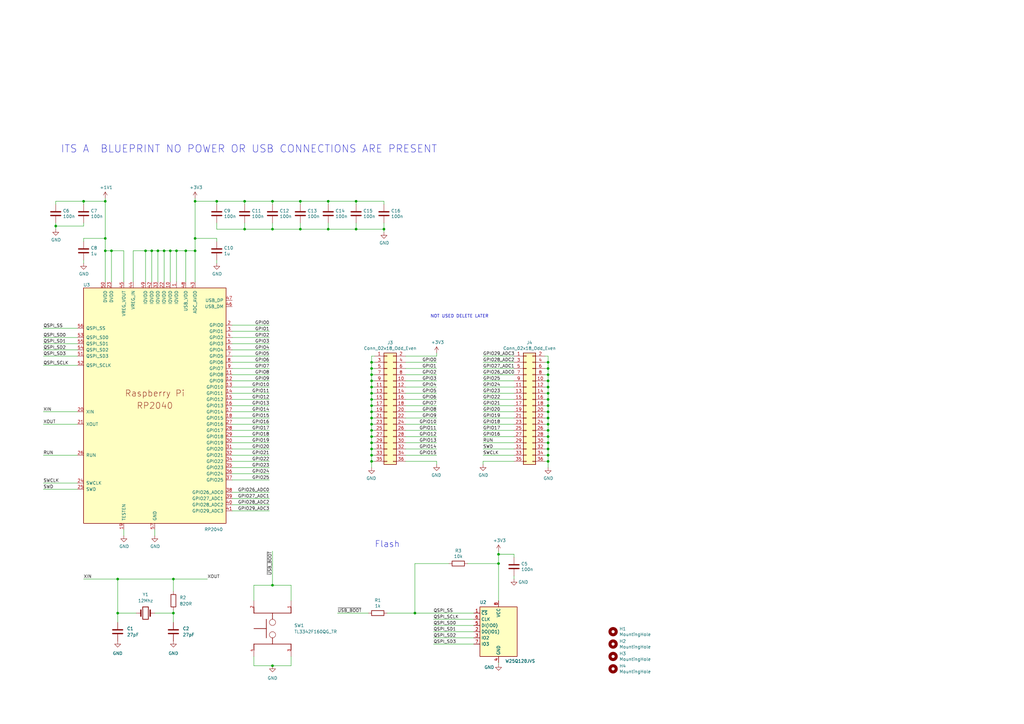
<source format=kicad_sch>
(kicad_sch (version 20250114) (generator "eeschema") (generator_version "9.0")
  (paper "A3")
  (title_block (title "RP2040 Minimal Design Example") (date "2024-01-16") (rev "REV2") (company "Raspberry Pi Ltd"))
  (lib_symbols
    (symbol "Connector_Generic:Conn_02x18_Odd_Even" (pin_names (offset 1.016) (hide yes))
      (property "Reference" "J" (at 1.27 22.86 0))
      (property "Value" "Conn_02x18_Odd_Even" (at 1.27 -25.4 0))
      (symbol "Conn_02x18_Odd_Even_1_1"
        (rectangle (start -1.27 21.59) (end 3.81 -24.13) (stroke (width 0.254)) (fill (type background)))
        (rectangle (start -1.27 20.447) (end 0 20.193) (stroke (width 0.1524)))
        (rectangle (start -1.27 17.907) (end 0 17.653) (stroke (width 0.1524)))
        (rectangle (start -1.27 15.367) (end 0 15.113) (stroke (width 0.1524)))
        (rectangle (start -1.27 12.827) (end 0 12.573) (stroke (width 0.1524)))
        (rectangle (start -1.27 10.287) (end 0 10.033) (stroke (width 0.1524)))
        (rectangle (start -1.27 7.747) (end 0 7.493) (stroke (width 0.1524)))
        (rectangle (start -1.27 5.207) (end 0 4.953) (stroke (width 0.1524)))
        (rectangle (start -1.27 2.667) (end 0 2.413) (stroke (width 0.1524)))
        (rectangle (start -1.27 0.127) (end 0 -0.127) (stroke (width 0.1524)))
        (rectangle (start -1.27 -2.413) (end 0 -2.667) (stroke (width 0.1524)))
        (rectangle (start -1.27 -4.953) (end 0 -5.207) (stroke (width 0.1524)))
        (rectangle (start -1.27 -7.493) (end 0 -7.747) (stroke (width 0.1524)))
        (rectangle (start -1.27 -10.033) (end 0 -10.287) (stroke (width 0.1524)))
        (rectangle (start -1.27 -12.573) (end 0 -12.827) (stroke (width 0.1524)))
        (rectangle (start -1.27 -15.113) (end 0 -15.367) (stroke (width 0.1524)))
        (rectangle (start -1.27 -17.653) (end 0 -17.907) (stroke (width 0.1524)))
        (rectangle (start -1.27 -20.193) (end 0 -20.447) (stroke (width 0.1524)))
        (rectangle (start -1.27 -22.733) (end 0 -22.987) (stroke (width 0.1524)))
        (rectangle (start 3.81 20.447) (end 2.54 20.193) (stroke (width 0.1524)))
        (rectangle (start 3.81 17.907) (end 2.54 17.653) (stroke (width 0.1524)))
        (rectangle (start 3.81 15.367) (end 2.54 15.113) (stroke (width 0.1524)))
        (rectangle (start 3.81 12.827) (end 2.54 12.573) (stroke (width 0.1524)))
        (rectangle (start 3.81 10.287) (end 2.54 10.033) (stroke (width 0.1524)))
        (rectangle (start 3.81 7.747) (end 2.54 7.493) (stroke (width 0.1524)))
        (rectangle (start 3.81 5.207) (end 2.54 4.953) (stroke (width 0.1524)))
        (rectangle (start 3.81 2.667) (end 2.54 2.413) (stroke (width 0.1524)))
        (rectangle (start 3.81 0.127) (end 2.54 -0.127) (stroke (width 0.1524)))
        (rectangle (start 3.81 -2.413) (end 2.54 -2.667) (stroke (width 0.1524)))
        (rectangle (start 3.81 -4.953) (end 2.54 -5.207) (stroke (width 0.1524)))
        (rectangle (start 3.81 -7.493) (end 2.54 -7.747) (stroke (width 0.1524)))
        (rectangle (start 3.81 -10.033) (end 2.54 -10.287) (stroke (width 0.1524)))
        (rectangle (start 3.81 -12.573) (end 2.54 -12.827) (stroke (width 0.1524)))
        (rectangle (start 3.81 -15.113) (end 2.54 -15.367) (stroke (width 0.1524)))
        (rectangle (start 3.81 -17.653) (end 2.54 -17.907) (stroke (width 0.1524)))
        (rectangle (start 3.81 -20.193) (end 2.54 -20.447) (stroke (width 0.1524)))
        (rectangle (start 3.81 -22.733) (end 2.54 -22.987) (stroke (width 0.1524)))
        (pin passive line (at -5.08 20.32 0) (length 3.81) (name "Pin_1") (number "1"))
        (pin passive line (at -5.08 17.78 0) (length 3.81) (name "Pin_3") (number "3"))
        (pin passive line (at -5.08 15.24 0) (length 3.81) (name "Pin_5") (number "5"))
        (pin passive line (at -5.08 12.7 0) (length 3.81) (name "Pin_7") (number "7"))
        (pin passive line (at -5.08 10.16 0) (length 3.81) (name "Pin_9") (number "9"))
        (pin passive line (at -5.08 7.62 0) (length 3.81) (name "Pin_11") (number "11"))
        (pin passive line (at -5.08 5.08 0) (length 3.81) (name "Pin_13") (number "13"))
        (pin passive line (at -5.08 2.54 0) (length 3.81) (name "Pin_15") (number "15"))
        (pin passive line (at -5.08 0 0) (length 3.81) (name "Pin_17") (number "17"))
        (pin passive line (at -5.08 -2.54 0) (length 3.81) (name "Pin_19") (number "19"))
        (pin passive line (at -5.08 -5.08 0) (length 3.81) (name "Pin_21") (number "21"))
        (pin passive line (at -5.08 -7.62 0) (length 3.81) (name "Pin_23") (number "23"))
        (pin passive line (at -5.08 -10.16 0) (length 3.81) (name "Pin_25") (number "25"))
        (pin passive line (at -5.08 -12.7 0) (length 3.81) (name "Pin_27") (number "27"))
        (pin passive line (at -5.08 -15.24 0) (length 3.81) (name "Pin_29") (number "29"))
        (pin passive line (at -5.08 -17.78 0) (length 3.81) (name "Pin_31") (number "31"))
        (pin passive line (at -5.08 -20.32 0) (length 3.81) (name "Pin_33") (number "33"))
        (pin passive line (at -5.08 -22.86 0) (length 3.81) (name "Pin_35") (number "35"))
        (pin passive line (at 7.62 20.32 180) (length 3.81) (name "Pin_2") (number "2"))
        (pin passive line (at 7.62 17.78 180) (length 3.81) (name "Pin_4") (number "4"))
        (pin passive line (at 7.62 15.24 180) (length 3.81) (name "Pin_6") (number "6"))
        (pin passive line (at 7.62 12.7 180) (length 3.81) (name "Pin_8") (number "8"))
        (pin passive line (at 7.62 10.16 180) (length 3.81) (name "Pin_10") (number "10"))
        (pin passive line (at 7.62 7.62 180) (length 3.81) (name "Pin_12") (number "12"))
        (pin passive line (at 7.62 5.08 180) (length 3.81) (name "Pin_14") (number "14"))
        (pin passive line (at 7.62 2.54 180) (length 3.81) (name "Pin_16") (number "16"))
        (pin passive line (at 7.62 0 180) (length 3.81) (name "Pin_18") (number "18"))
        (pin passive line (at 7.62 -2.54 180) (length 3.81) (name "Pin_20") (number "20"))
        (pin passive line (at 7.62 -5.08 180) (length 3.81) (name "Pin_22") (number "22"))
        (pin passive line (at 7.62 -7.62 180) (length 3.81) (name "Pin_24") (number "24"))
        (pin passive line (at 7.62 -10.16 180) (length 3.81) (name "Pin_26") (number "26"))
        (pin passive line (at 7.62 -12.7 180) (length 3.81) (name "Pin_28") (number "28"))
        (pin passive line (at 7.62 -15.24 180) (length 3.81) (name "Pin_30") (number "30"))
        (pin passive line (at 7.62 -17.78 180) (length 3.81) (name "Pin_32") (number "32"))
        (pin passive line (at 7.62 -20.32 180) (length 3.81) (name "Pin_34") (number "34"))
        (pin passive line (at 7.62 -22.86 180) (length 3.81) (name "Pin_36") (number "36"))
      )
    )
    (symbol "Device:C" (pin_numbers (hide yes)) (pin_names (offset 0.254))
      (property "Reference" "C" (at 0.635 2.54 0))
      (property "Value" "C" (at 0.635 -2.54 0))
      (symbol "C_0_1"
        (polyline (pts (xy -2.032 0.762) (xy 2.032 0.762)) (stroke (width 0.508)))
        (polyline (pts (xy -2.032 -0.762) (xy 2.032 -0.762)) (stroke (width 0.508)))
      )
      (symbol "C_1_1"
        (pin passive line (at 0 3.81 270) (length 2.794) (name "~") (number "1"))
        (pin passive line (at 0 -3.81 90) (length 2.794) (name "~") (number "2"))
      )
    )
    (symbol "Device:Crystal" (pin_numbers (hide yes)) (pin_names (offset 1.016) (hide yes))
      (property "Reference" "Y" (at 0 3.81 0))
      (property "Value" "Crystal" (at 0 -3.81 0))
      (symbol "Crystal_0_1"
        (polyline (pts (xy -2.54 0) (xy -1.905 0)))
        (polyline (pts (xy -1.905 -1.27) (xy -1.905 1.27)) (stroke (width 0.508)))
        (rectangle (start -1.143 2.54) (end 1.143 -2.54) (stroke (width 0.3048)))
        (polyline (pts (xy 1.905 -1.27) (xy 1.905 1.27)) (stroke (width 0.508)))
        (polyline (pts (xy 2.54 0) (xy 1.905 0)))
      )
      (symbol "Crystal_1_1"
        (pin passive line (at -3.81 0 0) (length 1.27) (name "1") (number "1"))
        (pin passive line (at 3.81 0 180) (length 1.27) (name "2") (number "2"))
      )
    )
    (symbol "Device:R" (pin_numbers (hide yes)) (pin_names (offset 0))
      (property "Reference" "R" (at 2.032 0 90))
      (property "Value" "R" (at 0 0 90))
      (symbol "R_0_1"
        (rectangle (start -1.016 -2.54) (end 1.016 2.54) (stroke (width 0.254)))
      )
      (symbol "R_1_1"
        (pin passive line (at 0 3.81 270) (length 1.27) (name "~") (number "1"))
        (pin passive line (at 0 -3.81 90) (length 1.27) (name "~") (number "2"))
      )
    )
    (symbol "GND_1" (power) (pin_numbers (hide yes)) (pin_names (offset 0) (hide yes))
      (property "Value" "GND" (at 0 -3.81 0))
      (symbol "GND_1_0_1"
        (polyline (pts (xy 0 0) (xy 0 -1.27) (xy 1.27 -1.27) (xy 0 -2.54) (xy -1.27 -1.27) (xy 0 -1.27)))
      )
      (symbol "GND_1_1_1"
        (pin power_in line (at 0 0 270) (length 0) (name "~") (number "1"))
      )
    )
    (symbol "GND_2" (power) (pin_numbers (hide yes)) (pin_names (offset 0) (hide yes))
      (property "Value" "GND" (at 0 -3.81 0))
      (symbol "GND_2_0_1"
        (polyline (pts (xy 0 0) (xy 0 -1.27) (xy 1.27 -1.27) (xy 0 -2.54) (xy -1.27 -1.27) (xy 0 -1.27)))
      )
      (symbol "GND_2_1_1"
        (pin power_in line (at 0 0 270) (length 0) (name "~") (number "1"))
      )
    )
    (symbol "MCU_RaspberryPi_RP2040:RP2040" (pin_names (offset 1.016))
      (property "Reference" "U" (at -29.21 49.53 0))
      (property "Value" "RP2040" (at 24.13 -49.53 0))
      (symbol "RP2040_0_0"
        (text "Raspberry Pi" (at 0 5.08 0) (effects (font (size 2.54 2.54))))
        (text "RP2040" (at 0 0 0) (effects (font (size 2.54 2.54))))
      )
      (symbol "RP2040_0_1"
        (rectangle (start 29.21 48.26) (end -29.21 -48.26) (stroke (width 0.254)) (fill (type background)))
      )
      (symbol "RP2040_1_1"
        (pin bidirectional line (at -31.75 31.75 0) (length 2.54) (name "QSPI_SS") (number "56"))
        (pin bidirectional line (at -31.75 27.94 0) (length 2.54) (name "QSPI_SD0") (number "53"))
        (pin bidirectional line (at -31.75 25.4 0) (length 2.54) (name "QSPI_SD1") (number "55"))
        (pin bidirectional line (at -31.75 22.86 0) (length 2.54) (name "QSPI_SD2") (number "54"))
        (pin bidirectional line (at -31.75 20.32 0) (length 2.54) (name "QSPI_SD3") (number "51"))
        (pin output line (at -31.75 16.51 0) (length 2.54) (name "QSPI_SCLK") (number "52"))
        (pin input line (at -31.75 -2.54 0) (length 2.54) (name "XIN") (number "20"))
        (pin passive line (at -31.75 -7.62 0) (length 2.54) (name "XOUT") (number "21"))
        (pin input line (at -31.75 -20.32 0) (length 2.54) (name "RUN") (number "26"))
        (pin output line (at -31.75 -31.75 0) (length 2.54) (name "SWCLK") (number "24"))
        (pin bidirectional line (at -31.75 -34.29 0) (length 2.54) (name "SWD") (number "25"))
        (pin power_in line (at -20.32 50.8 270) (length 2.54) (name "DVDD") (number "50"))
        (pin power_in line (at -17.78 50.8 270) (length 2.54) (name "DVDD") (number "23"))
        (pin power_out line (at -12.7 50.8 270) (length 2.54) (name "VREG_VOUT") (number "45"))
        (pin passive line (at -12.7 -50.8 90) (length 2.54) (name "TESTEN") (number "19"))
        (pin power_in line (at -8.89 50.8 270) (length 2.54) (name "VREG_IN") (number "44"))
        (pin power_in line (at -3.81 50.8 270) (length 2.54) (name "IOVDD") (number "49"))
        (pin power_in line (at -1.27 50.8 270) (length 2.54) (name "IOVDD") (number "42"))
        (pin power_in line (at 0 -50.8 90) (length 2.54) (name "GND") (number "57"))
        (pin power_in line (at 1.27 50.8 270) (length 2.54) (name "IOVDD") (number "33"))
        (pin power_in line (at 3.81 50.8 270) (length 2.54) (name "IOVDD") (number "22"))
        (pin power_in line (at 6.35 50.8 270) (length 2.54) (name "IOVDD") (number "10"))
        (pin power_in line (at 8.89 50.8 270) (length 2.54) (name "IOVDD") (number "1"))
        (pin power_in line (at 12.7 50.8 270) (length 2.54) (name "USB_VDD") (number "48"))
        (pin power_in line (at 16.51 50.8 270) (length 2.54) (name "ADC_AVDD") (number "43"))
        (pin bidirectional line (at 31.75 43.18 180) (length 2.54) (name "USB_DP") (number "47"))
        (pin bidirectional line (at 31.75 40.64 180) (length 2.54) (name "USB_DM") (number "46"))
        (pin bidirectional line (at 31.75 33.02 180) (length 2.54) (name "GPIO0") (number "2"))
        (pin bidirectional line (at 31.75 30.48 180) (length 2.54) (name "GPIO1") (number "3"))
        (pin bidirectional line (at 31.75 27.94 180) (length 2.54) (name "GPIO2") (number "4"))
        (pin bidirectional line (at 31.75 25.4 180) (length 2.54) (name "GPIO3") (number "5"))
        (pin bidirectional line (at 31.75 22.86 180) (length 2.54) (name "GPIO4") (number "6"))
        (pin bidirectional line (at 31.75 20.32 180) (length 2.54) (name "GPIO5") (number "7"))
        (pin bidirectional line (at 31.75 17.78 180) (length 2.54) (name "GPIO6") (number "8"))
        (pin bidirectional line (at 31.75 15.24 180) (length 2.54) (name "GPIO7") (number "9"))
        (pin bidirectional line (at 31.75 12.7 180) (length 2.54) (name "GPIO8") (number "11"))
        (pin bidirectional line (at 31.75 10.16 180) (length 2.54) (name "GPIO9") (number "12"))
        (pin bidirectional line (at 31.75 7.62 180) (length 2.54) (name "GPIO10") (number "13"))
        (pin bidirectional line (at 31.75 5.08 180) (length 2.54) (name "GPIO11") (number "14"))
        (pin bidirectional line (at 31.75 2.54 180) (length 2.54) (name "GPIO12") (number "15"))
        (pin bidirectional line (at 31.75 0 180) (length 2.54) (name "GPIO13") (number "16"))
        (pin bidirectional line (at 31.75 -2.54 180) (length 2.54) (name "GPIO14") (number "17"))
        (pin bidirectional line (at 31.75 -5.08 180) (length 2.54) (name "GPIO15") (number "18"))
        (pin bidirectional line (at 31.75 -7.62 180) (length 2.54) (name "GPIO16") (number "27"))
        (pin bidirectional line (at 31.75 -10.16 180) (length 2.54) (name "GPIO17") (number "28"))
        (pin bidirectional line (at 31.75 -12.7 180) (length 2.54) (name "GPIO18") (number "29"))
        (pin bidirectional line (at 31.75 -15.24 180) (length 2.54) (name "GPIO19") (number "30"))
        (pin bidirectional line (at 31.75 -17.78 180) (length 2.54) (name "GPIO20") (number "31"))
        (pin bidirectional line (at 31.75 -20.32 180) (length 2.54) (name "GPIO21") (number "32"))
        (pin bidirectional line (at 31.75 -22.86 180) (length 2.54) (name "GPIO22") (number "34"))
        (pin bidirectional line (at 31.75 -25.4 180) (length 2.54) (name "GPIO23") (number "35"))
        (pin bidirectional line (at 31.75 -27.94 180) (length 2.54) (name "GPIO24") (number "36"))
        (pin bidirectional line (at 31.75 -30.48 180) (length 2.54) (name "GPIO25") (number "37"))
        (pin bidirectional line (at 31.75 -35.56 180) (length 2.54) (name "GPIO26_ADC0") (number "38"))
        (pin bidirectional line (at 31.75 -38.1 180) (length 2.54) (name "GPIO27_ADC1") (number "39"))
        (pin bidirectional line (at 31.75 -40.64 180) (length 2.54) (name "GPIO28_ADC2") (number "40"))
        (pin bidirectional line (at 31.75 -43.18 180) (length 2.54) (name "GPIO29_ADC3") (number "41"))
      )
    )
    (symbol "Mechanical:MountingHole" (pin_names (offset 1.016))
      (property "Reference" "H" (at 0 5.08 0))
      (property "Value" "MountingHole" (at 0 3.175 0))
      (symbol "MountingHole_0_1"
        (circle (center 0 0) (radius 1.27) (stroke (width 1.27)))
      )
    )
    (symbol "Memory_Flash:W25Q128JVS"
      (property "Reference" "U" (at -8.89 8.89 0))
      (property "Value" "W25Q128JVS" (at 7.62 8.89 0))
      (symbol "W25Q128JVS_0_1"
        (rectangle (start -7.62 10.16) (end 7.62 -10.16) (stroke (width 0.254)) (fill (type background)))
      )
      (symbol "W25Q128JVS_1_1"
        (pin input line (at -10.16 7.62 0) (length 2.54) (name "~{CS}") (number "1"))
        (pin input line (at -10.16 5.08 0) (length 2.54) (name "CLK") (number "6"))
        (pin bidirectional line (at -10.16 2.54 0) (length 2.54) (name "DI(IO0)") (number "5"))
        (pin bidirectional line (at -10.16 0 0) (length 2.54) (name "DO(IO1)") (number "2"))
        (pin bidirectional line (at -10.16 -2.54 0) (length 2.54) (name "IO2") (number "3"))
        (pin bidirectional line (at -10.16 -5.08 0) (length 2.54) (name "IO3") (number "7"))
        (pin power_in line (at 0 12.7 270) (length 2.54) (name "VCC") (number "8"))
        (pin power_in line (at 0 -12.7 90) (length 2.54) (name "GND") (number "4"))
      )
    )
    (symbol "TL3342F160QG_TR:TL3342F160QG_TR" (pin_names (offset 1.016))
      (property "Reference" "SW" (at -12.7292 16.5481 0))
      (property "Value" "TL3342F160QG_TR" (at -12.7326 -17.8256 0))
      (symbol "TL3342F160QG_TR_0_0"
        (polyline (pts (xy -7.62 6.35) (xy -7.62 8.89)) (stroke (width 0.254)))
        (polyline (pts (xy -7.62 6.35) (xy 7.62 6.35)) (stroke (width 0.254)))
        (polyline (pts (xy -7.62 -6.35) (xy -7.62 -8.89)) (stroke (width 0.254)))
        (polyline (pts (xy -7.62 -6.35) (xy 7.62 -6.35)) (stroke (width 0.254)))
        (polyline (pts (xy 0 6.35) (xy 0 3.81)) (stroke (width 0.254)))
        (circle (center 0 2.54) (radius 1.27))
        (circle (center 0 -2.54) (radius 1.27))
        (polyline (pts (xy 0 -3.81) (xy 0 -6.35)) (stroke (width 0.254)))
        (polyline (pts (xy 2.54 3.81) (xy 2.54 0)) (stroke (width 0.254)))
        (polyline (pts (xy 2.54 0) (xy 2.54 -3.81)) (stroke (width 0.254)))
        (polyline (pts (xy 2.54 0) (xy 7.62 0)) (stroke (width 0.254)))
        (polyline (pts (xy 7.62 6.35) (xy 7.62 8.89)) (stroke (width 0.254)))
        (polyline (pts (xy 7.62 -6.35) (xy 7.62 -8.89)) (stroke (width 0.254)))
        (pin passive line (at -7.62 11.43 270) (length 5.08) (name "~") (number "3"))
        (pin passive line (at -7.62 -11.43 90) (length 5.08) (name "~") (number "1"))
        (pin passive line (at 7.62 11.43 270) (length 5.08) (name "~") (number "4"))
        (pin passive line (at 7.62 -11.43 90) (length 5.08) (name "~") (number "2"))
      )
    )
    (symbol "power:+1V1" (power) (pin_names (offset 0))
      (property "Value" "+1V1" (at 0 3.556 0))
      (symbol "+1V1_0_1"
        (polyline (pts (xy -0.762 1.27) (xy 0 2.54)))
        (polyline (pts (xy 0 2.54) (xy 0.762 1.27)))
        (polyline (pts (xy 0 0) (xy 0 2.54)))
      )
      (symbol "+1V1_1_1"
        (pin power_in line (at 0 0 90) (length 0) (hide yes) (name "+1V1") (number "1"))
      )
    )
    (symbol "power:+3V3" (power) (pin_names (offset 0))
      (property "Value" "+3V3" (at 0 3.556 0))
      (symbol "+3V3_0_1"
        (polyline (pts (xy -0.762 1.27) (xy 0 2.54)))
        (polyline (pts (xy 0 2.54) (xy 0.762 1.27)))
        (polyline (pts (xy 0 0) (xy 0 2.54)))
      )
      (symbol "+3V3_1_1"
        (pin power_in line (at 0 0 90) (length 0) (hide yes) (name "+3V3") (number "1"))
      )
    )
    (symbol "power:GND" (power) (pin_names (offset 0))
      (property "Value" "GND" (at 0 -3.81 0))
      (symbol "GND_0_1"
        (polyline (pts (xy 0 0) (xy 0 -1.27) (xy 1.27 -1.27) (xy 0 -2.54) (xy -1.27 -1.27) (xy 0 -1.27)))
      )
      (symbol "GND_1_1"
        (pin power_in line (at 0 0 270) (length 0) (hide yes) (name "GND") (number "1"))
      )
    )
  )
  (text "NOT USED DELETE LATER" (at 188.468 129.794 0) (effects (font (size 1.27 1.27))))
  (text "ITS A  BLUEPRINT NO POWER OR USB CONNECTIONS ARE PRESENT" (at 102.108 61.214 0) (effects (font (size 3.048 3.048))))
  (text "Flash" (at 153.67 224.79 0) (effects (font (size 2.54 2.54)) (justify left bottom)))
  (junction (at 152.4 189.23))
  (junction (at 67.31 102.87))
  (junction (at 64.77 102.87))
  (junction (at 152.4 153.67))
  (junction (at 204.47 231.14))
  (junction (at 224.79 168.91))
  (junction (at 43.18 97.79))
  (junction (at 80.01 97.79))
  (junction (at 34.29 82.55))
  (junction (at 224.79 153.67))
  (junction (at 224.79 176.53))
  (junction (at 88.9 82.55))
  (junction (at 111.76 93.98))
  (junction (at 123.19 82.55))
  (junction (at 152.4 168.91))
  (junction (at 224.79 163.83))
  (junction (at 152.4 173.99))
  (junction (at 111.76 82.55))
  (junction (at 43.18 102.87))
  (junction (at 45.72 102.87))
  (junction (at 69.85 102.87))
  (junction (at 22.86 92.71))
  (junction (at 152.4 161.29))
  (junction (at 48.26 251.46))
  (junction (at 152.4 179.07))
  (junction (at 152.4 186.69))
  (junction (at 146.05 82.55))
  (junction (at 224.79 181.61))
  (junction (at 157.48 93.98))
  (junction (at 224.79 156.21))
  (junction (at 123.19 93.98))
  (junction (at 204.47 227.33))
  (junction (at 48.26 237.49))
  (junction (at 224.79 189.23))
  (junction (at 152.4 181.61))
  (junction (at 224.79 166.37))
  (junction (at 152.4 156.21))
  (junction (at 224.79 179.07))
  (junction (at 43.18 82.55))
  (junction (at 152.4 166.37))
  (junction (at 224.79 186.69))
  (junction (at 100.33 93.98))
  (junction (at 134.62 93.98))
  (junction (at 224.79 171.45))
  (junction (at 152.4 158.75))
  (junction (at 152.4 176.53))
  (junction (at 152.4 163.83))
  (junction (at 152.4 184.15))
  (junction (at 224.79 158.75))
  (junction (at 152.4 171.45))
  (junction (at 72.39 102.87))
  (junction (at 80.01 102.87))
  (junction (at 170.18 251.46))
  (junction (at 71.12 251.46))
  (junction (at 224.79 151.13))
  (junction (at 152.4 148.59))
  (junction (at 111.76 240.03))
  (junction (at 71.12 237.49))
  (junction (at 62.23 102.87))
  (junction (at 80.01 82.55))
  (junction (at 111.76 273.05))
  (junction (at 59.69 102.87))
  (junction (at 134.62 82.55))
  (junction (at 224.79 173.99))
  (junction (at 146.05 93.98))
  (junction (at 224.79 148.59))
  (junction (at 152.4 151.13))
  (junction (at 224.79 161.29))
  (junction (at 76.2 102.87))
  (junction (at 224.79 184.15))
  (junction (at 100.33 82.55))
  (wire (pts (xy 43.18 102.87) (xy 43.18 115.57)))
  (wire (pts (xy 210.82 146.05) (xy 198.12 146.05)))
  (wire (pts (xy 179.07 179.07) (xy 166.37 179.07)))
  (wire (pts (xy 22.86 92.71) (xy 34.29 92.71)))
  (wire (pts (xy 224.79 163.83) (xy 224.79 166.37)))
  (wire (pts (xy 179.07 151.13) (xy 166.37 151.13)))
  (wire (pts (xy 224.79 189.23) (xy 224.79 191.77)))
  (wire (pts (xy 48.26 237.49) (xy 48.26 251.46)))
  (wire (pts (xy 179.07 156.21) (xy 166.37 156.21)))
  (wire (pts (xy 95.25 204.47) (xy 110.49 204.47)))
  (wire (pts (xy 111.76 82.55) (xy 123.19 82.55)))
  (wire (pts (xy 95.25 163.83) (xy 110.49 163.83)))
  (wire (pts (xy 72.39 102.87) (xy 76.2 102.87)))
  (wire (pts (xy 152.4 151.13) (xy 152.4 153.67)))
  (wire (pts (xy 153.67 184.15) (xy 152.4 184.15)))
  (wire (pts (xy 194.31 264.16) (xy 177.8 264.16)))
  (wire (pts (xy 111.76 83.82) (xy 111.76 82.55)))
  (wire (pts (xy 48.26 251.46) (xy 48.26 255.27)))
  (wire (pts (xy 95.25 179.07) (xy 110.49 179.07)))
  (wire (pts (xy 43.18 81.28) (xy 43.18 82.55)))
  (wire (pts (xy 224.79 151.13) (xy 224.79 153.67)))
  (wire (pts (xy 153.67 186.69) (xy 152.4 186.69)))
  (wire (pts (xy 153.67 153.67) (xy 152.4 153.67)))
  (wire (pts (xy 210.82 184.15) (xy 198.12 184.15)))
  (wire (pts (xy 198.12 189.23) (xy 210.82 189.23)))
  (wire (pts (xy 179.07 176.53) (xy 166.37 176.53)))
  (wire (pts (xy 104.14 273.05) (xy 111.76 273.05)))
  (wire (pts (xy 210.82 151.13) (xy 198.12 151.13)))
  (wire (pts (xy 191.77 231.14) (xy 204.47 231.14)))
  (wire (pts (xy 153.67 156.21) (xy 152.4 156.21)))
  (wire (pts (xy 204.47 227.33) (xy 204.47 231.14)))
  (wire (pts (xy 59.69 102.87) (xy 62.23 102.87)))
  (wire (pts (xy 71.12 237.49) (xy 85.09 237.49)))
  (wire (pts (xy 95.25 186.69) (xy 110.49 186.69)))
  (wire (pts (xy 95.25 201.93) (xy 110.49 201.93)))
  (wire (pts (xy 223.52 176.53) (xy 224.79 176.53)))
  (wire (pts (xy 177.8 254) (xy 194.31 254)))
  (wire (pts (xy 210.82 166.37) (xy 198.12 166.37)))
  (wire (pts (xy 204.47 226.06) (xy 204.47 227.33)))
  (wire (pts (xy 95.25 171.45) (xy 110.49 171.45)))
  (wire (pts (xy 50.8 115.57) (xy 50.8 102.87)))
  (wire (pts (xy 153.67 161.29) (xy 152.4 161.29)))
  (wire (pts (xy 179.07 190.5) (xy 179.07 189.23)))
  (wire (pts (xy 179.07 181.61) (xy 166.37 181.61)))
  (wire (pts (xy 210.82 168.91) (xy 198.12 168.91)))
  (wire (pts (xy 111.76 91.44) (xy 111.76 93.98)))
  (wire (pts (xy 95.25 168.91) (xy 110.49 168.91)))
  (wire (pts (xy 152.4 179.07) (xy 152.4 181.61)))
  (wire (pts (xy 43.18 97.79) (xy 43.18 102.87)))
  (wire (pts (xy 54.61 102.87) (xy 59.69 102.87)))
  (wire (pts (xy 210.82 179.07) (xy 198.12 179.07)))
  (wire (pts (xy 22.86 82.55) (xy 34.29 82.55)))
  (wire (pts (xy 170.18 231.14) (xy 170.18 251.46)))
  (wire (pts (xy 179.07 146.05) (xy 179.07 144.78)))
  (wire (pts (xy 95.25 156.21) (xy 110.49 156.21)))
  (wire (pts (xy 224.79 158.75) (xy 224.79 161.29)))
  (wire (pts (xy 152.4 186.69) (xy 152.4 189.23)))
  (wire (pts (xy 95.25 151.13) (xy 110.49 151.13)))
  (wire (pts (xy 179.07 163.83) (xy 166.37 163.83)))
  (wire (pts (xy 22.86 91.44) (xy 22.86 92.71)))
  (wire (pts (xy 71.12 250.19) (xy 71.12 251.46)))
  (wire (pts (xy 223.52 148.59) (xy 224.79 148.59)))
  (wire (pts (xy 95.25 189.23) (xy 110.49 189.23)))
  (wire (pts (xy 17.78 146.05) (xy 31.75 146.05)))
  (wire (pts (xy 95.25 146.05) (xy 110.49 146.05)))
  (wire (pts (xy 179.07 171.45) (xy 166.37 171.45)))
  (wire (pts (xy 95.25 207.01) (xy 110.49 207.01)))
  (wire (pts (xy 210.82 161.29) (xy 198.12 161.29)))
  (wire (pts (xy 170.18 231.14) (xy 184.15 231.14)))
  (wire (pts (xy 95.25 140.97) (xy 110.49 140.97)))
  (wire (pts (xy 80.01 102.87) (xy 80.01 115.57)))
  (wire (pts (xy 34.29 82.55) (xy 43.18 82.55)))
  (wire (pts (xy 151.13 251.46) (xy 138.43 251.46)))
  (wire (pts (xy 80.01 97.79) (xy 88.9 97.79)))
  (wire (pts (xy 204.47 272.415) (xy 204.47 271.78)))
  (wire (pts (xy 153.67 148.59) (xy 152.4 148.59)))
  (wire (pts (xy 224.79 181.61) (xy 224.79 184.15)))
  (wire (pts (xy 223.52 153.67) (xy 224.79 153.67)))
  (wire (pts (xy 224.79 179.07) (xy 224.79 181.61)))
  (wire (pts (xy 223.52 151.13) (xy 224.79 151.13)))
  (wire (pts (xy 64.77 115.57) (xy 64.77 102.87)))
  (wire (pts (xy 152.4 166.37) (xy 152.4 168.91)))
  (wire (pts (xy 43.18 82.55) (xy 43.18 97.79)))
  (wire (pts (xy 152.4 176.53) (xy 152.4 179.07)))
  (wire (pts (xy 76.2 102.87) (xy 80.01 102.87)))
  (wire (pts (xy 17.78 140.97) (xy 31.75 140.97)))
  (wire (pts (xy 223.52 163.83) (xy 224.79 163.83)))
  (wire (pts (xy 95.25 209.55) (xy 110.49 209.55)))
  (wire (pts (xy 31.75 186.69) (xy 17.78 186.69)))
  (wire (pts (xy 134.62 83.82) (xy 134.62 82.55)))
  (wire (pts (xy 223.52 189.23) (xy 224.79 189.23)))
  (wire (pts (xy 153.67 173.99) (xy 152.4 173.99)))
  (wire (pts (xy 62.23 102.87) (xy 64.77 102.87)))
  (wire (pts (xy 194.31 259.08) (xy 177.8 259.08)))
  (wire (pts (xy 111.76 240.03) (xy 119.38 240.03)))
  (wire (pts (xy 153.67 146.05) (xy 152.4 146.05)))
  (wire (pts (xy 48.26 237.49) (xy 71.12 237.49)))
  (wire (pts (xy 88.9 83.82) (xy 88.9 82.55)))
  (wire (pts (xy 153.67 151.13) (xy 152.4 151.13)))
  (wire (pts (xy 80.01 82.55) (xy 88.9 82.55)))
  (wire (pts (xy 210.82 227.33) (xy 204.47 227.33)))
  (wire (pts (xy 152.4 189.23) (xy 152.4 191.77)))
  (wire (pts (xy 72.39 102.87) (xy 72.39 115.57)))
  (wire (pts (xy 62.23 115.57) (xy 62.23 102.87)))
  (wire (pts (xy 210.82 171.45) (xy 198.12 171.45)))
  (wire (pts (xy 224.79 161.29) (xy 224.79 163.83)))
  (wire (pts (xy 223.52 161.29) (xy 224.79 161.29)))
  (wire (pts (xy 210.82 158.75) (xy 198.12 158.75)))
  (wire (pts (xy 152.4 168.91) (xy 152.4 171.45)))
  (wire (pts (xy 95.25 135.89) (xy 110.49 135.89)))
  (wire (pts (xy 104.14 269.24) (xy 104.14 273.05)))
  (wire (pts (xy 80.01 82.55) (xy 80.01 97.79)))
  (wire (pts (xy 153.67 181.61) (xy 152.4 181.61)))
  (wire (pts (xy 31.75 173.99) (xy 17.78 173.99)))
  (wire (pts (xy 152.4 146.05) (xy 152.4 148.59)))
  (wire (pts (xy 31.75 134.62) (xy 17.78 134.62)))
  (wire (pts (xy 179.07 166.37) (xy 166.37 166.37)))
  (wire (pts (xy 134.62 82.55) (xy 146.05 82.55)))
  (wire (pts (xy 119.38 269.24) (xy 119.38 273.05)))
  (wire (pts (xy 157.48 91.44) (xy 157.48 93.98)))
  (wire (pts (xy 95.25 176.53) (xy 110.49 176.53)))
  (wire (pts (xy 210.82 156.21) (xy 198.12 156.21)))
  (wire (pts (xy 34.29 92.71) (xy 34.29 91.44)))
  (wire (pts (xy 100.33 83.82) (xy 100.33 82.55)))
  (wire (pts (xy 223.52 171.45) (xy 224.79 171.45)))
  (wire (pts (xy 100.33 93.98) (xy 88.9 93.98)))
  (wire (pts (xy 153.67 176.53) (xy 152.4 176.53)))
  (wire (pts (xy 179.07 153.67) (xy 166.37 153.67)))
  (wire (pts (xy 80.01 97.79) (xy 80.01 102.87)))
  (wire (pts (xy 104.14 246.38) (xy 104.14 240.03)))
  (wire (pts (xy 223.52 158.75) (xy 224.79 158.75)))
  (wire (pts (xy 80.01 81.28) (xy 80.01 82.55)))
  (wire (pts (xy 71.12 237.49) (xy 71.12 242.57)))
  (wire (pts (xy 223.52 181.61) (xy 224.79 181.61)))
  (wire (pts (xy 34.29 99.06) (xy 34.29 97.79)))
  (wire (pts (xy 179.07 189.23) (xy 166.37 189.23)))
  (wire (pts (xy 194.31 261.62) (xy 177.8 261.62)))
  (wire (pts (xy 100.33 82.55) (xy 111.76 82.55)))
  (wire (pts (xy 158.75 251.46) (xy 170.18 251.46)))
  (wire (pts (xy 95.25 196.85) (xy 110.49 196.85)))
  (wire (pts (xy 152.4 181.61) (xy 152.4 184.15)))
  (wire (pts (xy 95.25 184.15) (xy 110.49 184.15)))
  (wire (pts (xy 95.25 173.99) (xy 110.49 173.99)))
  (wire (pts (xy 224.79 146.05) (xy 224.79 148.59)))
  (wire (pts (xy 210.82 148.59) (xy 198.12 148.59)))
  (wire (pts (xy 210.82 186.69) (xy 198.12 186.69)))
  (wire (pts (xy 95.25 194.31) (xy 110.49 194.31)))
  (wire (pts (xy 100.33 91.44) (xy 100.33 93.98)))
  (wire (pts (xy 153.67 158.75) (xy 152.4 158.75)))
  (wire (pts (xy 153.67 179.07) (xy 152.4 179.07)))
  (wire (pts (xy 223.52 179.07) (xy 224.79 179.07)))
  (wire (pts (xy 45.72 115.57) (xy 45.72 102.87)))
  (wire (pts (xy 146.05 93.98) (xy 157.48 93.98)))
  (wire (pts (xy 224.79 156.21) (xy 224.79 158.75)))
  (wire (pts (xy 153.67 163.83) (xy 152.4 163.83)))
  (wire (pts (xy 134.62 91.44) (xy 134.62 93.98)))
  (wire (pts (xy 223.52 166.37) (xy 224.79 166.37)))
  (wire (pts (xy 204.47 231.14) (xy 204.47 246.38)))
  (wire (pts (xy 210.82 176.53) (xy 198.12 176.53)))
  (wire (pts (xy 95.25 153.67) (xy 110.49 153.67)))
  (wire (pts (xy 153.67 171.45) (xy 152.4 171.45)))
  (wire (pts (xy 95.25 133.35) (xy 110.49 133.35)))
  (wire (pts (xy 88.9 82.55) (xy 100.33 82.55)))
  (wire (pts (xy 88.9 106.68) (xy 88.9 107.95)))
  (wire (pts (xy 198.12 190.5) (xy 198.12 189.23)))
  (wire (pts (xy 69.85 115.57) (xy 69.85 102.87)))
  (wire (pts (xy 152.4 171.45) (xy 152.4 173.99)))
  (wire (pts (xy 223.52 156.21) (xy 224.79 156.21)))
  (wire (pts (xy 119.38 240.03) (xy 119.38 246.38)))
  (wire (pts (xy 179.07 146.05) (xy 166.37 146.05)))
  (wire (pts (xy 111.76 226.06) (xy 111.76 240.03)))
  (wire (pts (xy 152.4 148.59) (xy 152.4 151.13)))
  (wire (pts (xy 157.48 83.82) (xy 157.48 82.55)))
  (wire (pts (xy 31.75 200.66) (xy 17.78 200.66)))
  (wire (pts (xy 64.77 102.87) (xy 67.31 102.87)))
  (wire (pts (xy 224.79 153.67) (xy 224.79 156.21)))
  (wire (pts (xy 71.12 251.46) (xy 71.12 255.27)))
  (wire (pts (xy 157.48 93.98) (xy 157.48 95.25)))
  (wire (pts (xy 152.4 163.83) (xy 152.4 166.37)))
  (wire (pts (xy 179.07 168.91) (xy 166.37 168.91)))
  (wire (pts (xy 95.25 166.37) (xy 110.49 166.37)))
  (wire (pts (xy 31.75 149.86) (xy 17.78 149.86)))
  (wire (pts (xy 224.79 148.59) (xy 224.79 151.13)))
  (wire (pts (xy 223.52 173.99) (xy 224.79 173.99)))
  (wire (pts (xy 152.4 153.67) (xy 152.4 156.21)))
  (wire (pts (xy 210.82 181.61) (xy 198.12 181.61)))
  (wire (pts (xy 63.5 217.17) (xy 63.5 219.71)))
  (wire (pts (xy 153.67 189.23) (xy 152.4 189.23)))
  (wire (pts (xy 34.29 97.79) (xy 43.18 97.79)))
  (wire (pts (xy 194.31 256.54) (xy 177.8 256.54)))
  (wire (pts (xy 111.76 93.98) (xy 100.33 93.98)))
  (wire (pts (xy 95.25 158.75) (xy 110.49 158.75)))
  (wire (pts (xy 88.9 91.44) (xy 88.9 93.98)))
  (wire (pts (xy 152.4 173.99) (xy 152.4 176.53)))
  (wire (pts (xy 50.8 217.17) (xy 50.8 219.71)))
  (wire (pts (xy 153.67 166.37) (xy 152.4 166.37)))
  (wire (pts (xy 224.79 168.91) (xy 224.79 171.45)))
  (wire (pts (xy 111.76 273.05) (xy 119.38 273.05)))
  (wire (pts (xy 95.25 181.61) (xy 110.49 181.61)))
  (wire (pts (xy 95.25 148.59) (xy 110.49 148.59)))
  (wire (pts (xy 223.52 186.69) (xy 224.79 186.69)))
  (wire (pts (xy 45.72 102.87) (xy 43.18 102.87)))
  (wire (pts (xy 210.82 173.99) (xy 198.12 173.99)))
  (wire (pts (xy 63.5 251.46) (xy 71.12 251.46)))
  (wire (pts (xy 152.4 161.29) (xy 152.4 163.83)))
  (wire (pts (xy 146.05 93.98) (xy 134.62 93.98)))
  (wire (pts (xy 179.07 161.29) (xy 166.37 161.29)))
  (wire (pts (xy 95.25 161.29) (xy 110.49 161.29)))
  (wire (pts (xy 17.78 138.43) (xy 31.75 138.43)))
  (wire (pts (xy 34.29 237.49) (xy 48.26 237.49)))
  (wire (pts (xy 153.67 168.91) (xy 152.4 168.91)))
  (wire (pts (xy 152.4 184.15) (xy 152.4 186.69)))
  (wire (pts (xy 67.31 102.87) (xy 69.85 102.87)))
  (wire (pts (xy 22.86 83.82) (xy 22.86 82.55)))
  (wire (pts (xy 104.14 240.03) (xy 111.76 240.03)))
  (wire (pts (xy 95.25 138.43) (xy 110.49 138.43)))
  (wire (pts (xy 179.07 184.15) (xy 166.37 184.15)))
  (wire (pts (xy 210.82 236.22) (xy 210.82 237.49)))
  (wire (pts (xy 152.4 158.75) (xy 152.4 161.29)))
  (wire (pts (xy 22.86 92.71) (xy 22.86 93.98)))
  (wire (pts (xy 146.05 91.44) (xy 146.05 93.98)))
  (wire (pts (xy 179.07 173.99) (xy 166.37 173.99)))
  (wire (pts (xy 210.82 153.67) (xy 198.12 153.67)))
  (wire (pts (xy 223.52 146.05) (xy 224.79 146.05)))
  (wire (pts (xy 17.78 168.91) (xy 31.75 168.91)))
  (wire (pts (xy 224.79 171.45) (xy 224.79 173.99)))
  (wire (pts (xy 123.19 82.55) (xy 134.62 82.55)))
  (wire (pts (xy 88.9 99.06) (xy 88.9 97.79)))
  (wire (pts (xy 224.79 186.69) (xy 224.79 189.23)))
  (wire (pts (xy 17.78 143.51) (xy 31.75 143.51)))
  (wire (pts (xy 224.79 184.15) (xy 224.79 186.69)))
  (wire (pts (xy 123.19 93.98) (xy 111.76 93.98)))
  (wire (pts (xy 223.52 168.91) (xy 224.79 168.91)))
  (wire (pts (xy 210.82 228.6) (xy 210.82 227.33)))
  (wire (pts (xy 134.62 93.98) (xy 123.19 93.98)))
  (wire (pts (xy 179.07 186.69) (xy 166.37 186.69)))
  (wire (pts (xy 210.82 163.83) (xy 198.12 163.83)))
  (wire (pts (xy 69.85 102.87) (xy 72.39 102.87)))
  (wire (pts (xy 170.18 251.46) (xy 194.31 251.46)))
  (wire (pts (xy 59.69 115.57) (xy 59.69 102.87)))
  (wire (pts (xy 55.88 251.46) (xy 48.26 251.46)))
  (wire (pts (xy 95.25 191.77) (xy 110.49 191.77)))
  (wire (pts (xy 224.79 166.37) (xy 224.79 168.91)))
  (wire (pts (xy 67.31 115.57) (xy 67.31 102.87)))
  (wire (pts (xy 152.4 156.21) (xy 152.4 158.75)))
  (wire (pts (xy 34.29 83.82) (xy 34.29 82.55)))
  (wire (pts (xy 50.8 102.87) (xy 45.72 102.87)))
  (wire (pts (xy 146.05 82.55) (xy 157.48 82.55)))
  (wire (pts (xy 146.05 83.82) (xy 146.05 82.55)))
  (wire (pts (xy 123.19 91.44) (xy 123.19 93.98)))
  (wire (pts (xy 76.2 115.57) (xy 76.2 102.87)))
  (wire (pts (xy 224.79 176.53) (xy 224.79 179.07)))
  (wire (pts (xy 123.19 83.82) (xy 123.19 82.55)))
  (wire (pts (xy 179.07 158.75) (xy 166.37 158.75)))
  (wire (pts (xy 223.52 184.15) (xy 224.79 184.15)))
  (wire (pts (xy 31.75 198.12) (xy 17.78 198.12)))
  (wire (pts (xy 54.61 115.57) (xy 54.61 102.87)))
  (wire (pts (xy 34.29 106.68) (xy 34.29 107.95)))
  (wire (pts (xy 224.79 173.99) (xy 224.79 176.53)))
  (wire (pts (xy 179.07 148.59) (xy 166.37 148.59)))
  (wire (pts (xy 95.25 143.51) (xy 110.49 143.51)))
  (label "GPIO20" (at 198.12 168.91 0))
  (label "GPIO15" (at 110.49 171.45 180))
  (label "GPIO26_ADC0" (at 198.12 153.67 0))
  (label "GPIO24" (at 110.49 194.31 180))
  (label "GPIO24" (at 198.12 158.75 0))
  (label "QSPI_SS" (at 177.8 251.46 0))
  (label "QSPI_SD3" (at 177.8 264.16 0))
  (label "QSPI_SD2" (at 17.78 143.51 0))
  (label "GPIO21" (at 110.49 186.69 180))
  (label "RUN" (at 17.78 186.69 0))
  (label "XOUT" (at 17.78 173.99 0))
  (label "GPIO14" (at 179.07 184.15 180))
  (label "GPIO10" (at 110.49 158.75 180))
  (label "RUN" (at 198.12 181.61 0))
  (label "GPIO13" (at 179.07 181.61 180))
  (label "GPIO29_ADC3" (at 198.12 146.05 0))
  (label "GPIO0" (at 179.07 148.59 180))
  (label "QSPI_SD1" (at 17.78 140.97 0))
  (label "GPIO9" (at 110.49 156.21 180))
  (label "SWD" (at 17.78 200.66 0))
  (label "QSPI_SD1" (at 177.8 259.08 0))
  (label "GPIO15" (at 179.07 186.69 180))
  (label "QSPI_SD3" (at 17.78 146.05 0))
  (label "GPIO2" (at 110.49 138.43 180))
  (label "GPIO18" (at 198.12 173.99 0))
  (label "GPIO3" (at 179.07 156.21 180))
  (label "GPIO26_ADC0" (at 110.49 201.93 180))
  (label "GPIO8" (at 110.49 153.67 180))
  (label "XIN" (at 34.29 237.49 0))
  (label "GPIO23" (at 110.49 191.77 180))
  (label "GPIO19" (at 110.49 181.61 180))
  (label "GPIO1" (at 179.07 151.13 180))
  (label "GPIO14" (at 110.49 168.91 180))
  (label "GPIO19" (at 198.12 171.45 0))
  (label "GPIO27_ADC1" (at 110.49 204.47 180))
  (label "GPIO28_ADC2" (at 198.12 148.59 0))
  (label "GPIO25" (at 198.12 156.21 0))
  (label "GPIO18" (at 110.49 179.07 180))
  (label "GPIO11" (at 179.07 176.53 180))
  (label "GPIO5" (at 179.07 161.29 180))
  (label "GPIO4" (at 110.49 143.51 180))
  (label "GPIO22" (at 110.49 189.23 180))
  (label "SWD" (at 198.12 184.15 0))
  (label "GPIO4" (at 179.07 158.75 180))
  (label "SWCLK" (at 17.78 198.12 0))
  (label "GPIO21" (at 198.12 166.37 0))
  (label "GPIO16" (at 110.49 173.99 180))
  (label "GPIO28_ADC2" (at 110.49 207.01 180))
  (label "GPIO25" (at 110.49 196.85 180))
  (label "GPIO7" (at 110.49 151.13 180))
  (label "GPIO6" (at 110.49 148.59 180))
  (label "QSPI_SCLK" (at 17.78 149.86 0))
  (label "GPIO12" (at 179.07 179.07 180))
  (label "SWCLK" (at 198.12 186.69 0))
  (label "GPIO9" (at 179.07 171.45 180))
  (label "GPIO29_ADC3" (at 110.49 209.55 180))
  (label "QSPI_SD0" (at 17.78 138.43 0))
  (label "GPIO20" (at 110.49 184.15 180))
  (label "GPIO5" (at 110.49 146.05 180))
  (label "GPIO1" (at 110.49 135.89 180))
  (label "QSPI_SS" (at 17.78 134.62 0))
  (label "GPIO3" (at 110.49 140.97 180))
  (label "QSPI_SD2" (at 177.8 261.62 0))
  (label "QSPI_SD0" (at 177.8 256.54 0))
  (label "GPIO12" (at 110.49 163.83 180))
  (label "GPIO8" (at 179.07 168.91 180))
  (label "GPIO0" (at 110.49 133.35 180))
  (label "GPIO17" (at 110.49 176.53 180))
  (label "QSPI_SCLK" (at 177.8 254 0))
  (label "GPIO11" (at 110.49 161.29 180))
  (label "GPIO6" (at 179.07 163.83 180))
  (label "GPIO27_ADC1" (at 198.12 151.13 0))
  (label "GPIO2" (at 179.07 153.67 180))
  (label "~{USB_BOOT}" (at 138.43 251.46 0))
  (label "GPIO17" (at 198.12 176.53 0))
  (label "GPIO23" (at 198.12 161.29 0))
  (label "GPIO13" (at 110.49 166.37 180))
  (label "GPIO16" (at 198.12 179.07 0))
  (label "XOUT" (at 85.09 237.49 0))
  (label "GPIO7" (at 179.07 166.37 180))
  (label "XIN" (at 17.78 168.91 0))
  (label "GPIO22" (at 198.12 163.83 0))
  (label "GPIO10" (at 179.07 173.99 180))
  (label "~{USB_BOOT}" (at 111.76 226.06 270))
  (symbol (lib_id "MCU_RaspberryPi_RP2040:RP2040") (at 63.5 166.37 0) (unit 1)
    (property "Reference" "U3" (at 35.56 116.84 0))
    (property "Value" "RP2040" (at 87.63 217.17 0))
    (property "Footprint" "RP2040_minimal:RP2040-QFN-56" (effects (hide yes)))
  )
  (symbol (lib_id "Memory_Flash:W25Q128JVS") (at 204.47 259.08 0) (unit 1)
    (property "Reference" "U2" (at 198.12 247.015 0))
    (property "Value" "W25Q128JVS" (at 213.36 271.145 0))
    (property "Footprint" "Package_SO:SOIC-8_5.23x5.23mm_P1.27mm" (effects (hide yes)))
    (property "Datasheet" "http://www.winbond.com/resource-files/w25q128jv_dtr%20revc%2003272018%20plus.pdf" (effects (hide yes)))
  )
  (symbol (lib_id "power:+3V3") (at 204.47 226.06 0) (unit 1)
    (property "Reference" "#PWR07" (effects (hide yes)))
    (property "Value" "+3V3" (at 204.851 221.6658 0))
  )
  (symbol (lib_id "power:GND") (at 204.47 272.415 0) (unit 1)
    (property "Reference" "#PWR08" (effects (hide yes)))
    (property "Value" "GND" (at 200.66 273.685 0))
  )
  (symbol (lib_id "Device:R") (at 154.94 251.46 270) (unit 1)
    (property "Reference" "R1" (at 154.94 246.2022 90))
    (property "Value" "1k" (at 154.94 248.5136 90))
    (property "Footprint" "Resistor_SMD:R_0402_1005Metric" (effects (hide yes)))
  )
  (symbol (lib_id "Device:C") (at 210.82 232.41 0) (unit 1)
    (property "Reference" "C5" (at 213.741 231.2416 0) (effects (justify left)))
    (property "Value" "100n" (at 213.741 233.553 0) (effects (justify left)))
    (property "Footprint" "Capacitor_SMD:C_0603_1608Metric_Pad1.08x0.95mm_HandSolder" (effects (hide yes)))
  )
  (symbol (lib_id "power:GND") (at 210.82 237.49 0) (unit 1)
    (property "Reference" "#PWR011" (effects (hide yes)))
    (property "Value" "GND" (at 214.63 238.76 0))
  )
  (symbol (lib_id "power:GND") (at 63.5 219.71 0) (unit 1)
    (property "Reference" "#PWR016" (effects (hide yes)))
    (property "Value" "GND" (at 63.627 224.1042 0))
  )
  (symbol (lib_id "power:GND") (at 50.8 219.71 0) (unit 1)
    (property "Reference" "#PWR015" (effects (hide yes)))
    (property "Value" "GND" (at 50.927 224.1042 0))
  )
  (symbol (lib_id "power:GND") (at 179.07 190.5 0) (mirror y) (unit 1)
    (property "Reference" "#PWR020" (effects (hide yes)))
    (property "Value" "GND" (at 178.943 194.8942 0))
  )
  (symbol (lib_id "power:GND") (at 198.12 190.5 0) (unit 1)
    (property "Reference" "#PWR0101" (effects (hide yes)))
    (property "Value" "GND" (at 198.247 194.8942 0))
  )
  (symbol (lib_id "power:+3V3") (at 80.01 81.28 0) (unit 1)
    (property "Reference" "#PWR017" (effects (hide yes)))
    (property "Value" "+3V3" (at 80.391 76.8858 0))
  )
  (symbol (lib_id "power:+1V1") (at 43.18 81.28 0) (unit 1)
    (property "Reference" "#PWR014" (effects (hide yes)))
    (property "Value" "+1V1" (at 43.561 76.8858 0))
  )
  (symbol (lib_id "Device:C") (at 88.9 87.63 0) (unit 1)
    (property "Reference" "C9" (at 91.821 86.4616 0) (effects (justify left)))
    (property "Value" "100n" (at 91.821 88.773 0) (effects (justify left)))
    (property "Footprint" "Capacitor_SMD:C_0603_1608Metric_Pad1.08x0.95mm_HandSolder" (effects (hide yes)))
  )
  (symbol (lib_id "Device:C") (at 100.33 87.63 0) (unit 1)
    (property "Reference" "C11" (at 103.251 86.4616 0) (effects (justify left)))
    (property "Value" "100n" (at 103.251 88.773 0) (effects (justify left)))
    (property "Footprint" "Capacitor_SMD:C_0603_1608Metric_Pad1.08x0.95mm_HandSolder" (effects (hide yes)))
  )
  (symbol (lib_id "Device:C") (at 111.76 87.63 0) (unit 1)
    (property "Reference" "C12" (at 114.681 86.4616 0) (effects (justify left)))
    (property "Value" "100n" (at 114.681 88.773 0) (effects (justify left)))
    (property "Footprint" "Capacitor_SMD:C_0603_1608Metric_Pad1.08x0.95mm_HandSolder" (effects (hide yes)))
  )
  (symbol (lib_id "Device:C") (at 123.19 87.63 0) (unit 1)
    (property "Reference" "C13" (at 126.111 86.4616 0) (effects (justify left)))
    (property "Value" "100n" (at 126.111 88.773 0) (effects (justify left)))
    (property "Footprint" "Capacitor_SMD:C_0603_1608Metric_Pad1.08x0.95mm_HandSolder" (effects (hide yes)))
  )
  (symbol (lib_id "Device:C") (at 134.62 87.63 0) (unit 1)
    (property "Reference" "C14" (at 137.541 86.4616 0) (effects (justify left)))
    (property "Value" "100n" (at 137.541 88.773 0) (effects (justify left)))
    (property "Footprint" "Capacitor_SMD:C_0603_1608Metric_Pad1.08x0.95mm_HandSolder" (effects (hide yes)))
  )
  (symbol (lib_id "Device:C") (at 146.05 87.63 0) (unit 1)
    (property "Reference" "C15" (at 148.971 86.4616 0) (effects (justify left)))
    (property "Value" "100n" (at 148.971 88.773 0) (effects (justify left)))
    (property "Footprint" "Capacitor_SMD:C_0603_1608Metric_Pad1.08x0.95mm_HandSolder" (effects (hide yes)))
  )
  (symbol (lib_id "Device:C") (at 157.48 87.63 0) (unit 1)
    (property "Reference" "C16" (at 160.401 86.4616 0) (effects (justify left)))
    (property "Value" "100n" (at 160.401 88.773 0) (effects (justify left)))
    (property "Footprint" "Capacitor_SMD:C_0603_1608Metric_Pad1.08x0.95mm_HandSolder" (effects (hide yes)))
  )
  (symbol (lib_id "Device:C") (at 22.86 87.63 0) (unit 1)
    (property "Reference" "C6" (at 25.781 86.4616 0) (effects (justify left)))
    (property "Value" "100n" (at 25.781 88.773 0) (effects (justify left)))
    (property "Footprint" "Capacitor_SMD:C_0603_1608Metric_Pad1.08x0.95mm_HandSolder" (effects (hide yes)))
  )
  (symbol (lib_id "Device:C") (at 34.29 87.63 0) (unit 1)
    (property "Reference" "C7" (at 37.211 86.4616 0) (effects (justify left)))
    (property "Value" "100n" (at 37.211 88.773 0) (effects (justify left)))
    (property "Footprint" "Capacitor_SMD:C_0603_1608Metric_Pad1.08x0.95mm_HandSolder" (effects (hide yes)))
  )
  (symbol (lib_id "Device:C") (at 34.29 102.87 0) (unit 1)
    (property "Reference" "C8" (at 37.211 101.7016 0) (effects (justify left)))
    (property "Value" "1u" (at 37.211 104.013 0) (effects (justify left)))
    (property "Footprint" "Capacitor_SMD:C_0603_1608Metric_Pad1.08x0.95mm_HandSolder" (effects (hide yes)))
  )
  (symbol (lib_id "Device:C") (at 88.9 102.87 0) (unit 1)
    (property "Reference" "C10" (at 91.821 101.7016 0) (effects (justify left)))
    (property "Value" "1u" (at 91.821 104.013 0) (effects (justify left)))
    (property "Footprint" "Capacitor_SMD:C_0603_1608Metric_Pad1.08x0.95mm_HandSolder" (effects (hide yes)))
  )
  (symbol (lib_id "Mechanical:MountingHole") (at 251.46 259.08 0) (unit 1)
    (property "Reference" "H1" (at 254 257.9116 0) (effects (justify left)))
    (property "Value" "MountingHole" (at 254 260.223 0) (effects (justify left)))
    (property "Footprint" "MountingHole:MountingHole_2.7mm_M2.5" (effects (hide yes)))
  )
  (symbol (lib_id "Mechanical:MountingHole") (at 251.46 264.16 0) (unit 1)
    (property "Reference" "H2" (at 254 262.9916 0) (effects (justify left)))
    (property "Value" "MountingHole" (at 254 265.303 0) (effects (justify left)))
    (property "Footprint" "MountingHole:MountingHole_2.7mm_M2.5" (effects (hide yes)))
  )
  (symbol (lib_id "Mechanical:MountingHole") (at 251.46 269.24 0) (unit 1)
    (property "Reference" "H3" (at 254 268.0716 0) (effects (justify left)))
    (property "Value" "MountingHole" (at 254 270.383 0) (effects (justify left)))
    (property "Footprint" "MountingHole:MountingHole_2.7mm_M2.5" (effects (hide yes)))
  )
  (symbol (lib_id "Mechanical:MountingHole") (at 251.46 274.32 0) (unit 1)
    (property "Reference" "H4" (at 254 273.1516 0) (effects (justify left)))
    (property "Value" "MountingHole" (at 254 275.463 0) (effects (justify left)))
    (property "Footprint" "MountingHole:MountingHole_2.7mm_M2.5" (effects (hide yes)))
  )
  (symbol (lib_id "power:GND") (at 157.48 95.25 0) (unit 1)
    (property "Reference" "#PWR023" (effects (hide yes)))
    (property "Value" "GND" (at 157.607 99.6442 0))
  )
  (symbol (lib_id "power:GND") (at 22.86 93.98 0) (unit 1)
    (property "Reference" "#PWR012" (effects (hide yes)))
    (property "Value" "GND" (at 22.987 98.3742 0))
  )
  (symbol (lib_id "power:GND") (at 34.29 107.95 0) (unit 1)
    (property "Reference" "#PWR013" (effects (hide yes)))
    (property "Value" "GND" (at 34.417 112.3442 0))
  )
  (symbol (lib_id "power:GND") (at 88.9 107.95 0) (unit 1)
    (property "Reference" "#PWR018" (effects (hide yes)))
    (property "Value" "GND" (at 89.027 112.3442 0))
  )
  (symbol (lib_id "power:GND") (at 152.4 191.77 0) (mirror y) (unit 1)
    (property "Reference" "#PWR021" (effects (hide yes)))
    (property "Value" "GND" (at 152.273 196.1642 0))
  )
  (symbol (lib_id "power:GND") (at 224.79 191.77 0) (unit 1)
    (property "Reference" "#PWR022" (effects (hide yes)))
    (property "Value" "GND" (at 224.917 196.1642 0))
  )
  (symbol (lib_id "power:+3V3") (at 179.07 144.78 0) (unit 1)
    (property "Reference" "#PWR019" (effects (hide yes)))
    (property "Value" "+3V3" (at 179.451 140.3858 0))
  )
  (symbol (lib_id "Connector_Generic:Conn_02x18_Odd_Even") (at 215.9 166.37 0) (unit 1)
    (property "Reference" "J4" (at 217.17 140.5382 0))
    (property "Value" "Conn_02x18_Odd_Even" (at 217.17 142.8496 0))
    (property "Footprint" "Connector_PinHeader_2.54mm:PinHeader_2x18_P2.54mm_Vertical" (effects (hide yes)))
  )
  (symbol (lib_id "Connector_Generic:Conn_02x18_Odd_Even") (at 158.75 166.37 0) (unit 1)
    (property "Reference" "J3" (at 160.02 140.5382 0))
    (property "Value" "Conn_02x18_Odd_Even" (at 160.02 142.8496 0))
    (property "Footprint" "Connector_PinHeader_2.54mm:PinHeader_2x18_P2.54mm_Vertical" (effects (hide yes)))
  )
  (symbol (lib_id "Device:R") (at 71.12 246.38 0) (unit 1)
    (property "Reference" "R2" (at 73.66 245.1099 0) (effects (justify left)))
    (property "Value" "820R" (at 73.66 247.6499 0) (effects (justify left)))
    (property "Description" "Resistor" (effects (hide yes)))
  )
  (symbol (lib_id "TL3342F160QG_TR:TL3342F160QG_TR") (at 111.76 257.81 180) (unit 1)
    (property "Reference" "SW1" (at 120.65 256.5399 0) (effects (justify right)))
    (property "Value" "TL3342F160QG_TR" (at 120.65 259.0799 0) (effects (justify right)))
    (property "Footprint" "TL3342F160QG_TR:SW_TL3342F160QG_TR" (effects (hide yes)))
    (property "MF" "E-Switch" (effects (hide yes)))
    (property "Description_1" "Tactile Switch SPST-NO Top Actuated Surface Mount" (effects (hide yes)))
    (property "Package" "None" (effects (hide yes)))
    (property "Price" "None" (effects (hide yes)))
    (property "Check_prices" "https://www.snapeda.com/parts/TL3342F160QG/TR/E-Switch/view-part/?ref=eda" (effects (hide yes)))
    (property "SnapEDA_Link" "https://www.snapeda.com/parts/TL3342F160QG/TR/E-Switch/view-part/?ref=snap" (effects (hide yes)))
    (property "MP" "TL3342F160QG/TR" (effects (hide yes)))
    (property "Availability" "In Stock" (effects (hide yes)))
    (property "MANUFACTURER" "E-Switch" (effects (hide yes)))
  )
  (symbol (lib_name "GND_2") (lib_id "power:GND") (at 71.12 262.89 0) (unit 1)
    (property "Reference" "#PWR03" (effects (hide yes)))
    (property "Value" "GND" (at 71.12 267.97 0))
    (property "Description" "Power symbol creates a global label with name \"GND\" , ground" (effects (hide yes)))
  )
  (symbol (lib_name "GND_1") (lib_id "power:GND") (at 48.26 262.89 0) (unit 1)
    (property "Reference" "#PWR01" (effects (hide yes)))
    (property "Value" "GND" (at 48.26 267.97 0))
    (property "Description" "Power symbol creates a global label with name \"GND\" , ground" (effects (hide yes)))
  )
  (symbol (lib_id "Device:Crystal") (at 59.69 251.46 0) (unit 1)
    (property "Reference" "Y1" (at 59.69 243.84 0))
    (property "Value" "12Mhz" (at 59.69 246.38 0))
    (property "Footprint" "Crystal:Crystal_SMD_Abracon_ABM8G-4Pin_3.2x2.5mm" (effects (hide yes)))
    (property "Datasheet" "https://dk.rs-online.com/web/p/krystalenheder/1712841" (effects (hide yes)))
    (property "Description" "Two pin crystal" (effects (hide yes)))
  )
  (symbol (lib_id "Device:R") (at 187.96 231.14 270) (unit 1)
    (property "Reference" "R3" (at 187.96 225.8822 90))
    (property "Value" "10k" (at 187.96 228.1936 90))
    (property "Footprint" "Resistor_SMD:R_0402_1005Metric" (effects (hide yes)))
  )
  (symbol (lib_name "GND_2") (lib_id "power:GND") (at 111.76 273.05 0) (unit 1)
    (property "Reference" "#PWR04" (effects (hide yes)))
    (property "Value" "GND" (at 111.76 278.13 0))
    (property "Description" "Power symbol creates a global label with name \"GND\" , ground" (effects (hide yes)))
  )
  (symbol (lib_id "Device:C") (at 71.12 259.08 0) (unit 1)
    (property "Reference" "C2" (at 74.93 257.8099 0) (effects (justify left)))
    (property "Value" "27pF" (at 74.93 260.3499 0) (effects (justify left)))
    (property "Footprint" "Capacitor_SMD:C_0603_1608Metric_Pad1.08x0.95mm_HandSolder" (effects (hide yes)))
    (property "Description" "Unpolarized capacitor" (effects (hide yes)))
  )
  (symbol (lib_id "Device:C") (at 48.26 259.08 0) (unit 1)
    (property "Reference" "C1" (at 52.07 257.8099 0) (effects (justify left)))
    (property "Value" "27pF" (at 52.07 260.3499 0) (effects (justify left)))
    (property "Footprint" "Capacitor_SMD:C_0603_1608Metric_Pad1.08x0.95mm_HandSolder" (effects (hide yes)))
    (property "Description" "Unpolarized capacitor" (effects (hide yes)))
  )
)
</source>
